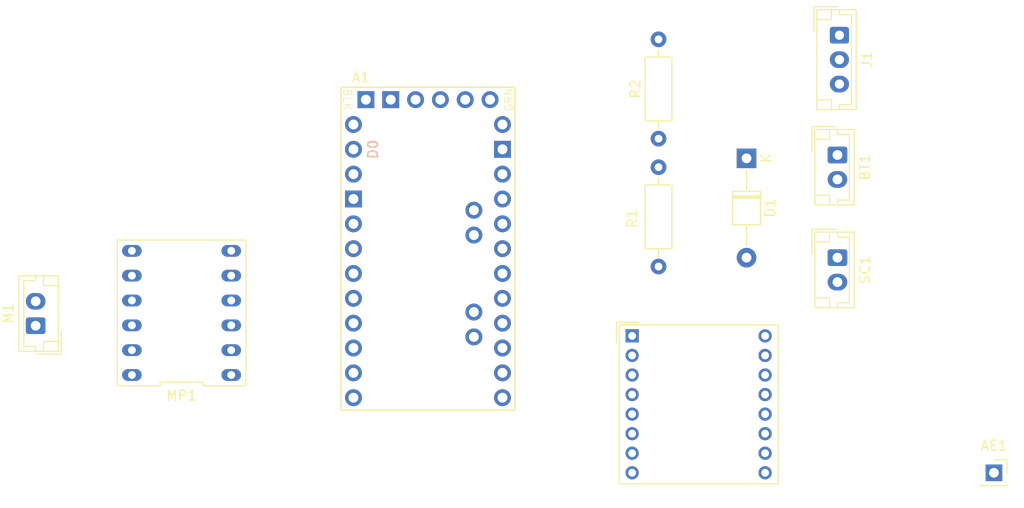
<source format=kicad_pcb>
(kicad_pcb (version 20240108) (generator "pcbnew") (generator_version "8.0")
  (layers (0 "F.Cu" signal) (31 "B.Cu" signal) (34 "B.Paste" user) (35 "F.Paste" user) (36 "B.SilkS" user "B.Silkscreen") (37 "F.SilkS" user "F.Silkscreen") (38 "B.Mask" user) (39 "F.Mask" user) (44 "Edge.Cuts" user))
  (net 0 "")
  (net 1 "Net-(D1-A)")
  (net 2 "GND")
  (net 3 "Net-(A1-PadA0)")
  (net 5 "Net-(A1-D13_SCK)")
  (net 7 "Net-(A1-D3_INT1)")
  (net 10 "Net-(A1-D10_CS)")
  (net 11 "Net-(A1-D2_INT0)")
  (net 12 "Net-(A1-D11_MOSI)")
  (net 16 "Net-(U1-RESET)")
  (net 18 "Net-(A1-D12_MISO)")
  (net 21 "Net-(MP1-IN2)")
  (net 23 "Net-(J1-Pin_2)")
  (net 25 "Net-(J1-Pin_1)")
  (net 31 "+BATT")
  (net 32 "Net-(MP1-nSLEEP_HB)")
  (net 34 "Net-(MP1-IN1)")
  (net 44 "Net-(AE1-A)")
  (net 45 "Net-(M1-+)")
  (net 46 "Net-(M1--)")
  (footprint "Connector_JST:JST_EH_B2B-EH-A_1x02_P2.50mm_Vertical" (layer "F.Cu") (at 57 82.96 90)
    (property "Reference" "M1" (at 1.25 -2.8 90) (layer "F.SilkS"))
    (property "Value" "Motor_DC")
    (fp_line (start 5.11 -1.71) (end -2.61 -1.71) (stroke (width 0.12)) (layer "F.SilkS"))
    (fp_line (start -2.61 -1.71) (end -2.61 2.31) (stroke (width 0.12)) (layer "F.SilkS"))
    (fp_line (start 4.61 -1.21) (end 4.61 0) (stroke (width 0.12)) (layer "F.SilkS"))
    (fp_line (start -2.11 -1.21) (end 4.61 -1.21) (stroke (width 0.12)) (layer "F.SilkS"))
    (fp_line (start 4.61 0) (end 5.11 0) (stroke (width 0.12)) (layer "F.SilkS"))
    (fp_line (start -2.11 0) (end -2.11 -1.21) (stroke (width 0.12)) (layer "F.SilkS"))
    (fp_line (start -2.61 0) (end -2.11 0) (stroke (width 0.12)) (layer "F.SilkS"))
    (fp_line (start -2.91 0.11) (end -2.91 2.61) (stroke (width 0.12)) (layer "F.SilkS"))
    (fp_line (start 5.11 0.81) (end 4.11 0.81) (stroke (width 0.12)) (layer "F.SilkS"))
    (fp_line (start 4.11 0.81) (end 4.11 2.31) (stroke (width 0.12)) (layer "F.SilkS"))
    (fp_line (start -1.61 0.81) (end -1.61 2.31) (stroke (width 0.12)) (layer "F.SilkS"))
    (fp_line (start -2.61 0.81) (end -1.61 0.81) (stroke (width 0.12)) (layer "F.SilkS"))
    (fp_line (start 5.11 2.31) (end 5.11 -1.71) (stroke (width 0.12)) (layer "F.SilkS"))
    (fp_line (start -2.61 2.31) (end 5.11 2.31) (stroke (width 0.12)) (layer "F.SilkS"))
    (fp_line (start -2.91 2.61) (end -0.41 2.61) (stroke (width 0.12)) (layer "F.SilkS"))
    (pad "1" thru_hole roundrect (at 0 0 90) (size 1.7 2) (drill 1) (layers "*.Cu" "*.Mask") (roundrect_rratio 0.147059) (net 45 "Net-(M1-+)"))
    (pad "2" thru_hole oval (at 2.5 0 90) (size 1.7 2) (drill 1) (layers "*.Cu" "*.Mask") (net 46 "Net-(M1--)"))
  )
  (footprint "Resistor_THT:R_Axial_DIN0207_L6.3mm_D2.5mm_P10.16mm_Horizontal" (layer "F.Cu") (at 120.7 66.75 -90)
    (property "Reference" "R1" (at 5.25 2.7 90) (layer "F.SilkS"))
    (property "Value" "R" (hide yes))
    (fp_line (start 1.81 1.37) (end 8.35 1.37) (stroke (width 0.12)) (layer "F.SilkS"))
    (fp_line (start 8.35 1.37) (end 8.35 -1.37) (stroke (width 0.12)) (layer "F.SilkS"))
    (fp_line (start 1.04 0) (end 1.81 0) (stroke (width 0.12)) (layer "F.SilkS"))
    (fp_line (start 9.12 0) (end 8.35 0) (stroke (width 0.12)) (layer "F.SilkS"))
    (fp_line (start 1.81 -1.37) (end 1.81 1.37) (stroke (width 0.12)) (layer "F.SilkS"))
    (fp_line (start 8.35 -1.37) (end 1.81 -1.37) (stroke (width 0.12)) (layer "F.SilkS"))
    (pad "1" thru_hole circle (at 0 0 270) (size 1.6 1.6) (drill 0.8) (layers "*.Cu" "*.Mask") (net 3 "Net-(A1-PadA0)"))
    (pad "2" thru_hole oval (at 10.16 0 270) (size 1.6 1.6) (drill 0.8) (layers "*.Cu" "*.Mask") (net 2 "GND"))
  )
  (footprint "PCM_arduino-library:Arduino_Pro_Mini_Socket" (layer "F.Cu") (at 97.12 75.08)
    (property "Reference" "A1" (at -6.858 -17.526 0) (layer "F.SilkS"))
    (property "Value" "Arduino_Pro_Mini_Socket")
    (fp_line (start -8.89 -16.51) (end -8.89 16.51) (stroke (width 0.15)) (layer "F.SilkS"))
    (fp_line (start 8.89 -16.51) (end -8.89 -16.51) (stroke (width 0.15)) (layer "F.SilkS"))
    (fp_line (start 8.89 -16.51) (end 8.89 16.51) (stroke (width 0.15)) (layer "F.SilkS"))
    (fp_line (start 8.89 16.51) (end -8.89 16.51) (stroke (width 0.15)) (layer "F.SilkS"))
    (fp_text user "D0" (at -5.715 -10.16 -90) (layer "B.SilkS") (effects (justify mirror)))
    (fp_text user "D0" (at -5.715 -10.16 -90) (layer "F.SilkS"))
    (fp_text user "BLK" (at -8.255 -15.24 -90) (layer "F.SilkS") (effects (font (size 0.8 0.8) (thickness 0.08))))
    (fp_text user "GRN" (at 8.255 -15.24 90) (layer "F.SilkS") (effects (font (size 0.8 0.8) (thickness 0.08))))
    (pad "A0" thru_hole circle (at 7.62 5.08) (size 1.7272 1.7272) (drill 1.016) (layers "*.Cu" "*.Mask") (net 3 "Net-(A1-PadA0)"))
    (pad "A1" thru_hole circle (at 7.62 2.54) (size 1.7272 1.7272) (drill 1.016) (layers "*.Cu" "*.Mask") (net 23 "Net-(J1-Pin_2)"))
    (pad "A2" thru_hole circle (at 7.62 0) (size 1.7272 1.7272) (drill 1.016) (layers "*.Cu" "*.Mask"))
    (pad "A3" thru_hole circle (at 7.62 -2.54) (size 1.7272 1.7272) (drill 1.016) (layers "*.Cu" "*.Mask"))
    (pad "A4" thru_hole circle (at 4.6941 -1.3894) (size 1.7272 1.7272) (drill 1.016) (layers "*.Cu" "*.Mask"))
    (pad "A5" thru_hole circle (at 4.6941 -3.9294) (size 1.7272 1.7272) (drill 1.016) (layers "*.Cu" "*.Mask"))
    (pad "A6" thru_hole circle (at 4.6941 9.0246) (size 1.7272 1.7272) (drill 1.016) (layers "*.Cu" "*.Mask"))
    (pad "A7" thru_hole circle (at 4.6941 6.484) (size 1.7272 1.7272) (drill 1.016) (layers "*.Cu" "*.Mask"))
    (pad "D0" thru_hole circle (at -7.62 -10.16) (size 1.7272 1.7272) (drill 1.016) (layers "*.Cu" "*.Mask"))
    (pad "D1" thru_hole circle (at -7.62 -12.7) (size 1.7272 1.7272) (drill 1.016) (layers "*.Cu" "*.Mask"))
    (pad "D2" thru_hole circle (at -7.62 -2.54) (size 1.7272 1.7272) (drill 1.016) (layers "*.Cu" "*.Mask") (net 11 "Net-(A1-D2_INT0)"))
    (pad "D3" thru_hole circle (at -7.62 0) (size 1.7272 1.7272) (drill 1.016) (layers "*.Cu" "*.Mask") (net 7 "Net-(A1-D3_INT1)"))
    (pad "D4" thru_hole circle (at -7.62 2.54) (size 1.7272 1.7272) (drill 1.016) (layers "*.Cu" "*.Mask") (net 32 "Net-(MP1-nSLEEP_HB)"))
    (pad "D5" thru_hole circle (at -7.62 5.08) (size 1.7272 1.7272) (drill 1.016) (layers "*.Cu" "*.Mask") (net 34 "Net-(MP1-IN1)"))
    (pad "D6" thru_hole circle (at -7.62 7.62) (size 1.7272 1.7272) (drill 1.016) (layers "*.Cu" "*.Mask") (net 21 "Net-(MP1-IN2)"))
    (pad "D7" thru_hole circle (at -7.62 10.16) (size 1.7272 1.7272) (drill 1.016) (layers "*.Cu" "*.Mask"))
    (pad "D8" thru_hole circle (at -7.62 12.7) (size 1.7272 1.7272) (drill 1.016) (layers "*.Cu" "*.Mask"))
    (pad "D9" thru_hole circle (at -7.62 15.24) (size 1.7272 1.7272) (drill 1.016) (layers "*.Cu" "*.Mask") (net 16 "Net-(U1-RESET)"))
    (pad "D10" thru_hole circle (at 7.62 15.24) (size 1.7272 1.7272) (drill 1.016) (layers "*.Cu" "*.Mask") (net 10 "Net-(A1-D10_CS)"))
    (pad "D11" thru_hole circle (at 7.62 12.7) (size 1.7272 1.7272) (drill 1.016) (layers "*.Cu" "*.Mask") (net 12 "Net-(A1-D11_MOSI)"))
    (pad "D12" thru_hole circle (at 7.62 10.16) (size 1.7272 1.7272) (drill 1.016) (layers "*.Cu" "*.Mask") (net 18 "Net-(A1-D12_MISO)"))
    (pad "D13" thru_hole circle (at 7.62 7.62) (size 1.7272 1.7272) (drill 1.016) (layers "*.Cu" "*.Mask") (net 5 "Net-(A1-D13_SCK)"))
    (pad "DTR" thru_hole circle (at 6.35 -15.24) (size 1.7272 1.7272) (drill 1.016) (layers "*.Cu" "*.Mask"))
    (pad "GND1" thru_hole rect (at -7.62 -5.08) (size 1.7272 1.7272) (drill 1.016) (layers "*.Cu" "*.Mask") (net 2 "GND"))
    (pad "GND2" thru_hole rect (at 7.62 -10.16) (size 1.7272 1.7272) (drill 1.016) (layers "*.Cu" "*.Mask"))
    (pad "GND4" thru_hole rect (at -3.81 -15.24) (size 1.7272 1.7272) (drill 1.016) (layers "*.Cu" "*.Mask"))
    (pad "GND5" thru_hole rect (at -6.35 -15.24) (size 1.7272 1.7272) (drill 1.016) (layers "*.Cu" "*.Mask"))
    (pad "RAW" thru_hole circle (at 7.62 -12.7) (size 1.7272 1.7272) (drill 1.016) (layers "*.Cu" "*.Mask") (net 31 "+BATT"))
    (pad "RST1" thru_hole circle (at -7.62 -7.62) (size 1.7272 1.7272) (drill 1.016) (layers "*.Cu" "*.Mask"))
    (pad "RST2" thru_hole circle (at 7.62 -7.62) (size 1.7272 1.7272) (drill 1.016) (layers "*.Cu" "*.Mask"))
    (pad "RXI" thru_hole circle (at 1.27 -15.24) (size 1.7272 1.7272) (drill 1.016) (layers "*.Cu" "*.Mask"))
    (pad "TXO" thru_hole circle (at 3.81 -15.24) (size 1.7272 1.7272) (drill 1.016) (layers "*.Cu" "*.Mask"))
    (pad "Vcc1" thru_hole circle (at 7.62 -5.08) (size 1.7272 1.7272) (drill 1.016) (layers "*.Cu" "*.Mask") (net 25 "Net-(J1-Pin_1)"))
    (pad "Vcc2" thru_hole circle (at -1.27 -15.24) (size 1.7272 1.7272) (drill 1.016) (layers "*.Cu" "*.Mask"))
  )
  (footprint "Connector_JST:JST_EH_B3B-EH-A_1x03_P2.50mm_Vertical" (layer "F.Cu") (at 139.2 53.25 -90)
    (property "Reference" "J1" (at 2.5 -2.8 90) (layer "F.SilkS"))
    (property "Value" "Moisture sensor")
    (fp_line (start -2.91 2.61) (end -0.41 2.61) (stroke (width 0.12)) (layer "F.SilkS"))
    (fp_line (start -2.61 2.31) (end 7.61 2.31) (stroke (width 0.12)) (layer "F.SilkS"))
    (fp_line (start 7.61 2.31) (end 7.61 -1.71) (stroke (width 0.12)) (layer "F.SilkS"))
    (fp_line (start -2.61 0.81) (end -1.61 0.81) (stroke (width 0.12)) (layer "F.SilkS"))
    (fp_line (start -1.61 0.81) (end -1.61 2.31) (stroke (width 0.12)) (layer "F.SilkS"))
    (fp_line (start 6.61 0.81) (end 6.61 2.31) (stroke (width 0.12)) (layer "F.SilkS"))
    (fp_line (start 7.61 0.81) (end 6.61 0.81) (stroke (width 0.12)) (layer "F.SilkS"))
    (fp_line (start -2.91 0.11) (end -2.91 2.61) (stroke (width 0.12)) (layer "F.SilkS"))
    (fp_line (start -2.61 0) (end -2.11 0) (stroke (width 0.12)) (layer "F.SilkS"))
    (fp_line (start -2.11 0) (end -2.11 -1.21) (stroke (width 0.12)) (layer "F.SilkS"))
    (fp_line (start 7.11 0) (end 7.61 0) (stroke (width 0.12)) (layer "F.SilkS"))
    (fp_line (start -2.11 -1.21) (end 7.11 -1.21) (stroke (width 0.12)) (layer "F.SilkS"))
    (fp_line (start 7.11 -1.21) (end 7.11 0) (stroke (width 0.12)) (layer "F.SilkS"))
    (fp_line (start -2.61 -1.71) (end -2.61 2.31) (stroke (width 0.12)) (layer "F.SilkS"))
    (fp_line (start 7.61 -1.71) (end -2.61 -1.71) (stroke (width 0.12)) (layer "F.SilkS"))
    (pad "1" thru_hole roundrect (at 0 0 270) (size 1.7 1.95) (drill 0.95) (layers "*.Cu" "*.Mask") (roundrect_rratio 0.147059) (net 25 "Net-(J1-Pin_1)"))
    (pad "2" thru_hole oval (at 2.5 0 270) (size 1.7 1.95) (drill 0.95) (layers "*.Cu" "*.Mask") (net 23 "Net-(J1-Pin_2)"))
    (pad "3" thru_hole oval (at 5 0 270) (size 1.7 1.95) (drill 0.95) (layers "*.Cu" "*.Mask") (net 2 "GND"))
  )
  (footprint "Resistor_THT:R_Axial_DIN0207_L6.3mm_D2.5mm_P10.16mm_Horizontal" (layer "F.Cu") (at 120.7 63.83 90)
    (property "Reference" "R2" (at 5.08 -2.37 90) (layer "F.SilkS"))
    (property "Value" "R" (hide yes))
    (fp_line (start 8.35 -1.37) (end 1.81 -1.37) (stroke (width 0.12)) (layer "F.SilkS"))
    (fp_line (start 1.81 -1.37) (end 1.81 1.37) (stroke (width 0.12)) (layer "F.SilkS"))
    (fp_line (start 9.12 0) (end 8.35 0) (stroke (width 0.12)) (layer "F.SilkS"))
    (fp_line (start 1.04 0) (end 1.81 0) (stroke (width 0.12)) (layer "F.SilkS"))
    (fp_line (start 8.35 1.37) (end 8.35 -1.37) (stroke (width 0.12)) (layer "F.SilkS"))
    (fp_line (start 1.81 1.37) (end 8.35 1.37) (stroke (width 0.12)) (layer "F.SilkS"))
    (pad "1" thru_hole circle (at 0 0 90) (size 1.6 1.6) (drill 0.8) (layers "*.Cu" "*.Mask") (net 3 "Net-(A1-PadA0)"))
    (pad "2" thru_hole oval (at 10.16 0 90) (size 1.6 1.6) (drill 0.8) (layers "*.Cu" "*.Mask") (net 31 "+BATT"))
  )
  (footprint "Connector_JST:JST_EH_B2B-EH-A_1x02_P2.50mm_Vertical" (layer "F.Cu") (at 139 76 -90)
    (property "Reference" "SC1" (at 1.25 -2.8 90) (layer "F.SilkS"))
    (property "Value" "Solar_Cell")
    (fp_line (start -2.91 2.61) (end -0.41 2.61) (stroke (width 0.12)) (layer "F.SilkS"))
    (fp_line (start -2.61 2.31) (end 5.11 2.31) (stroke (width 0.12)) (layer "F.SilkS"))
    (fp_line (start 5.11 2.31) (end 5.11 -1.71) (stroke (width 0.12)) (layer "F.SilkS"))
    (fp_line (start -2.61 0.81) (end -1.61 0.81) (stroke (width 0.12)) (layer "F.SilkS"))
    (fp_line (start -1.61 0.81) (end -1.61 2.31) (stroke (width 0.12)) (layer "F.SilkS"))
    (fp_line (start 4.11 0.81) (end 4.11 2.31) (stroke (width 0.12)) (layer "F.SilkS"))
    (fp_line (start 5.11 0.81) (end 4.11 0.81) (stroke (width 0.12)) (layer "F.SilkS"))
    (fp_line (start -2.91 0.11) (end -2.91 2.61) (stroke (width 0.12)) (layer "F.SilkS"))
    (fp_line (start -2.61 0) (end -2.11 0) (stroke (width 0.12)) (layer "F.SilkS"))
    (fp_line (start -2.11 0) (end -2.11 -1.21) (stroke (width 0.12)) (layer "F.SilkS"))
    (fp_line (start 4.61 0) (end 5.11 0) (stroke (width 0.12)) (layer "F.SilkS"))
    (fp_line (start -2.11 -1.21) (end 4.61 -1.21) (stroke (width 0.12)) (layer "F.SilkS"))
    (fp_line (start 4.61 -1.21) (end 4.61 0) (stroke (width 0.12)) (layer "F.SilkS"))
    (fp_line (start -2.61 -1.71) (end -2.61 2.31) (stroke (width 0.12)) (layer "F.SilkS"))
    (fp_line (start 5.11 -1.71) (end -2.61 -1.71) (stroke (width 0.12)) (layer "F.SilkS"))
    (pad "1" thru_hole roundrect (at 0 0 270) (size 1.7 2) (drill 1) (layers "*.Cu" "*.Mask") (roundrect_rratio 0.147059) (net 1 "Net-(D1-A)"))
    (pad "2" thru_hole oval (at 2.5 0 270) (size 1.7 2) (drill 1) (layers "*.Cu" "*.Mask") (net 2 "GND"))
  )
  (footprint "RF_Module:HOPERF_RFM9XW_THT" (layer "F.Cu") (at 118 84)
    (property "Reference" "U1" (hide yes))
    (property "Value" "RFM95W-868S2")
    (fp_line (start -1.6 -1.4) (end 0.7 -1.4) (stroke (width 0.12)) (layer "F.SilkS"))
    (fp_line (start -1.6 0.7) (end -1.6 -1.4) (stroke (width 0.12)) (layer "F.SilkS"))
    (fp_line (start -1.325 -1.125) (end 14.925 -1.125) (stroke (width 0.12)) (layer "F.SilkS"))
    (fp_line (start -1.325 15.125) (end -1.325 -1.125) (stroke (width 0.12)) (layer "F.SilkS"))
    (fp_line (start 14.925 -1.125) (end 14.925 15.125) (stroke (width 0.12)) (layer "F.SilkS"))
    (fp_line (start 14.925 15.125) (end -1.325 15.125) (stroke (width 0.12)) (layer "F.SilkS"))
    (pad "1" thru_hole rect (at 0 0) (size 1.35 1.35) (drill 0.8) (layers "*.Cu" "*.Mask"))
    (pad "2" thru_hole circle (at 0 2) (size 1.35 1.35) (drill 0.8) (layers "*.Cu" "*.Mask") (net 18 "Net-(A1-D12_MISO)"))
    (pad "3" thru_hole circle (at 0 4) (size 1.35 1.35) (drill 0.8) (layers "*.Cu" "*.Mask") (net 12 "Net-(A1-D11_MOSI)"))
    (pad "4" thru_hole circle (at 0 6) (size 1.35 1.35) (drill 0.8) (layers "*.Cu" "*.Mask") (net 5 "Net-(A1-D13_SCK)"))
    (pad "5" thru_hole circle (at 0 8) (size 1.35 1.35) (drill 0.8) (layers "*.Cu" "*.Mask") (net 10 "Net-(A1-D10_CS)"))
    (pad "6" thru_hole circle (at 0 10) (size 1.35 1.35) (drill 0.8) (layers "*.Cu" "*.Mask") (net 16 "Net-(U1-RESET)"))
    (pad "7" thru_hole circle (at 0 12) (size 1.35 1.35) (drill 0.8) (layers "*.Cu" "*.Mask"))
    (pad "8" thru_hole circle (at 0 14) (size 1.35 1.35) (drill 0.8) (layers "*.Cu" "*.Mask"))
    (pad "9" thru_hole circle (at 13.6 14) (size 1.35 1.35) (drill 0.8) (layers "*.Cu" "*.Mask") (net 44 "Net-(AE1-A)"))
    (pad "10" thru_hole circle (at 13.6 12) (size 1.35 1.35) (drill 0.8) (layers "*.Cu" "*.Mask"))
    (pad "11" thru_hole circle (at 13.6 10) (size 1.35 1.35) (drill 0.8) (layers "*.Cu" "*.Mask"))
    (pad "12" thru_hole circle (at 13.6 8) (size 1.35 1.35) (drill 0.8) (layers "*.Cu" "*.Mask"))
    (pad "13" thru_hole circle (at 13.6 6) (size 1.35 1.35) (drill 0.8) (layers "*.Cu" "*.Mask"))
    (pad "14" thru_hole circle (at 13.6 4) (size 1.35 1.35) (drill 0.8) (layers "*.Cu" "*.Mask") (net 11 "Net-(A1-D2_INT0)"))
    (pad "15" thru_hole circle (at 13.6 2) (size 1.35 1.35) (drill 0.8) (layers "*.Cu" "*.Mask") (net 7 "Net-(A1-D3_INT1)"))
    (pad "16" thru_hole circle (at 13.6 0) (size 1.35 1.35) (drill 0.8) (layers "*.Cu" "*.Mask"))
  )
  (footprint "watering:MP6550" (layer "F.Cu") (at 71.92 81.65 90)
    (property "Reference" "MP1" (at -8.45 0 360) (layer "F.SilkS"))
    (property "Value" "~")
    (fp_line (start 7.45 -6.58) (end -7.45 -6.58) (stroke (width 0.12)) (layer "F.SilkS"))
    (fp_line (start -7.45 -6.58) (end -7.45 -2.193333) (stroke (width 0.12)) (layer "F.SilkS"))
    (fp_line (start -7.09 -2.193333) (end -7.09 2.193333) (stroke (width 0.12)) (layer "F.SilkS"))
    (fp_line (start -7.45 -2.193333) (end -7.09 -2.193333) (stroke (width 0.12)) (layer "F.SilkS"))
    (fp_line (start -7.09 2.193333) (end -7.45 2.193333) (stroke (width 0.12)) (layer "F.SilkS"))
    (fp_line (start -7.45 2.193333) (end -7.45 6.58) (stroke (width 0.12)) (layer "F.SilkS"))
    (fp_line (start 7.45 6.58) (end 7.45 -6.58) (stroke (width 0.12)) (layer "F.SilkS"))
    (fp_line (start -7.45 6.58) (end 7.45 6.58) (stroke (width 0.12)) (layer "F.SilkS"))
    (pad "1" thru_hole oval (at -6.35 5.08 90) (size 1.2 2) (drill 0.8) (layers "*.Cu" "*.Mask"))
    (pad "2" thru_hole oval (at -3.81 5.08 90) (size 1.2 2) (drill 0.8) (layers "*.Cu" "*.Mask") (net 2 "GND"))
    (pad "3" thru_hole oval (at -1.27 5.08 90) (size 1.2 2) (drill 0.8) (layers "*.Cu" "*.Mask") (net 21 "Net-(MP1-IN2)"))
    (pad "4" thru_hole oval (at 1.27 5.08 90) (size 1.2 2) (drill 0.8) (layers "*.Cu" "*.Mask") (net 34 "Net-(MP1-IN1)"))
    (pad "5" thru_hole oval (at 3.81 5.08 90) (size 1.2 2) (drill 0.8) (layers "*.Cu" "*.Mask"))
    (pad "6" thru_hole oval (at 6.35 5.08 90) (size 1.2 2) (drill 0.8) (layers "*.Cu" "*.Mask") (net 32 "Net-(MP1-nSLEEP_HB)"))
    (pad "7" thru_hole oval (at 6.35 -5.08 90) (size 1.2 2) (drill 0.8) (layers "*.Cu" "*.Mask"))
    (pad "8" thru_hole oval (at 3.81 -5.08 90) (size 1.2 2) (drill 0.8) (layers "*.Cu" "*.Mask"))
    (pad "9" thru_hole oval (at 1.27 -5.08 90) (size 1.2 2) (drill 0.8) (layers "*.Cu" "*.Mask") (net 46 "Net-(M1--)"))
    (pad "10" thru_hole oval (at -1.27 -5.08 90) (size 1.2 2) (drill 0.8) (layers "*.Cu" "*.Mask") (net 45 "Net-(M1-+)"))
    (pad "11" thru_hole oval (at -3.81 -5.08 90) (size 1.2 2) (drill 0.8) (layers "*.Cu" "*.Mask"))
    (pad "12" thru_hole oval (at -6.35 -5.08 90) (size 1.2 2) (drill 0.8) (layers "*.Cu" "*.Mask") (net 31 "+BATT"))
  )
  (footprint "Diode_THT:D_T-1_P10.16mm_Horizontal" (layer "F.Cu") (at 129.7 65.84 -90)
    (property "Reference" "D1" (at 5.08 -2.42 90) (layer "F.SilkS"))
    (property "Value" "D")
    (fp_line (start 3.36 1.42) (end 6.8 1.42) (stroke (width 0.12)) (layer "F.SilkS"))
    (fp_line (start 6.8 1.42) (end 6.8 -1.42) (stroke (width 0.12)) (layer "F.SilkS"))
    (fp_line (start 1.24 0) (end 3.36 0) (stroke (width 0.12)) (layer "F.SilkS"))
    (fp_line (start 8.92 0) (end 6.8 0) (stroke (width 0.12)) (layer "F.SilkS"))
    (fp_line (start 3.36 -1.42) (end 3.36 1.42) (stroke (width 0.12)) (layer "F.SilkS"))
    (fp_line (start 3.84 -1.42) (end 3.84 1.42) (stroke (width 0.12)) (layer "F.SilkS"))
    (fp_line (start 3.96 -1.42) (end 3.96 1.42) (stroke (width 0.12)) (layer "F.SilkS"))
    (fp_line (start 4.08 -1.42) (end 4.08 1.42) (stroke (width 0.12)) (layer "F.SilkS"))
    (fp_line (start 6.8 -1.42) (end 3.36 -1.42) (stroke (width 0.12)) (layer "F.SilkS"))
    (fp_text user "K" (at 0 -2 90) (layer "F.SilkS"))
    (pad "1" thru_hole rect (at 0 0 270) (size 2 2) (drill 1) (layers "*.Cu" "*.Mask") (net 31 "+BATT"))
    (pad "2" thru_hole oval (at 10.16 0 270) (size 2 2) (drill 1) (layers "*.Cu" "*.Mask") (net 1 "Net-(D1-A)"))
  )
  (footprint "Connector_PinSocket_2.54mm:PinSocket_1x01_P2.54mm_Vertical" (layer "F.Cu") (at 155 98)
    (property "Reference" "AE1" (at 0 -2.77 0) (layer "F.SilkS"))
    (property "Value" "Antenna")
    (fp_line (start -1.33 1.21) (end -1.33 1.33) (stroke (width 0.12)) (layer "F.SilkS"))
    (fp_line (start -1.33 1.33) (end 1.33 1.33) (stroke (width 0.12)) (layer "F.SilkS"))
    (fp_line (start 0 -1.33) (end 1.33 -1.33) (stroke (width 0.12)) (layer "F.SilkS"))
    (fp_line (start 1.33 -1.33) (end 1.33 0) (stroke (width 0.12)) (layer "F.SilkS"))
    (fp_line (start 1.33 1.21) (end 1.33 1.33) (stroke (width 0.12)) (layer "F.SilkS"))
    (pad "1" thru_hole rect (at 0 0) (size 1.7 1.7) (drill 1) (layers "*.Cu" "*.Mask") (net 44 "Net-(AE1-A)"))
  )
  (footprint "Connector_JST:JST_EH_B2B-EH-A_1x02_P2.50mm_Vertical" (layer "F.Cu") (at 139 65.5 -90)
    (property "Reference" "BT1" (at 1.25 -2.8 90) (layer "F.SilkS"))
    (property "Value" "Battery")
    (fp_line (start -2.91 2.61) (end -0.41 2.61) (stroke (width 0.12)) (layer "F.SilkS"))
    (fp_line (start -2.61 2.31) (end 5.11 2.31) (stroke (width 0.12)) (layer "F.SilkS"))
    (fp_line (start 5.11 2.31) (end 5.11 -1.71) (stroke (width 0.12)) (layer "F.SilkS"))
    (fp_line (start -2.61 0.81) (end -1.61 0.81) (stroke (width 0.12)) (layer "F.SilkS"))
    (fp_line (start -1.61 0.81) (end -1.61 2.31) (stroke (width 0.12)) (layer "F.SilkS"))
    (fp_line (start 4.11 0.81) (end 4.11 2.31) (stroke (width 0.12)) (layer "F.SilkS"))
    (fp_line (start 5.11 0.81) (end 4.11 0.81) (stroke (width 0.12)) (layer "F.SilkS"))
    (fp_line (start -2.91 0.11) (end -2.91 2.61) (stroke (width 0.12)) (layer "F.SilkS"))
    (fp_line (start -2.61 0) (end -2.11 0) (stroke (width 0.12)) (layer "F.SilkS"))
    (fp_line (start -2.11 0) (end -2.11 -1.21) (stroke (width 0.12)) (layer "F.SilkS"))
    (fp_line (start 4.61 0) (end 5.11 0) (stroke (width 0.12)) (layer "F.SilkS"))
    (fp_line (start -2.11 -1.21) (end 4.61 -1.21) (stroke (width 0.12)) (layer "F.SilkS"))
    (fp_line (start 4.61 -1.21) (end 4.61 0) (stroke (width 0.12)) (layer "F.SilkS"))
    (fp_line (start -2.61 -1.71) (end -2.61 2.31) (stroke (width 0.12)) (layer "F.SilkS"))
    (fp_line (start 5.11 -1.71) (end -2.61 -1.71) (stroke (width 0.12)) (layer "F.SilkS"))
    (pad "1" thru_hole roundrect (at 0 0 270) (size 1.7 2) (drill 1) (layers "*.Cu" "*.Mask") (roundrect_rratio 0.147059) (net 31 "+BATT"))
    (pad "2" thru_hole oval (at 2.5 0 270) (size 1.7 2) (drill 1) (layers "*.Cu" "*.Mask") (net 2 "GND"))
  )
)
</source>
